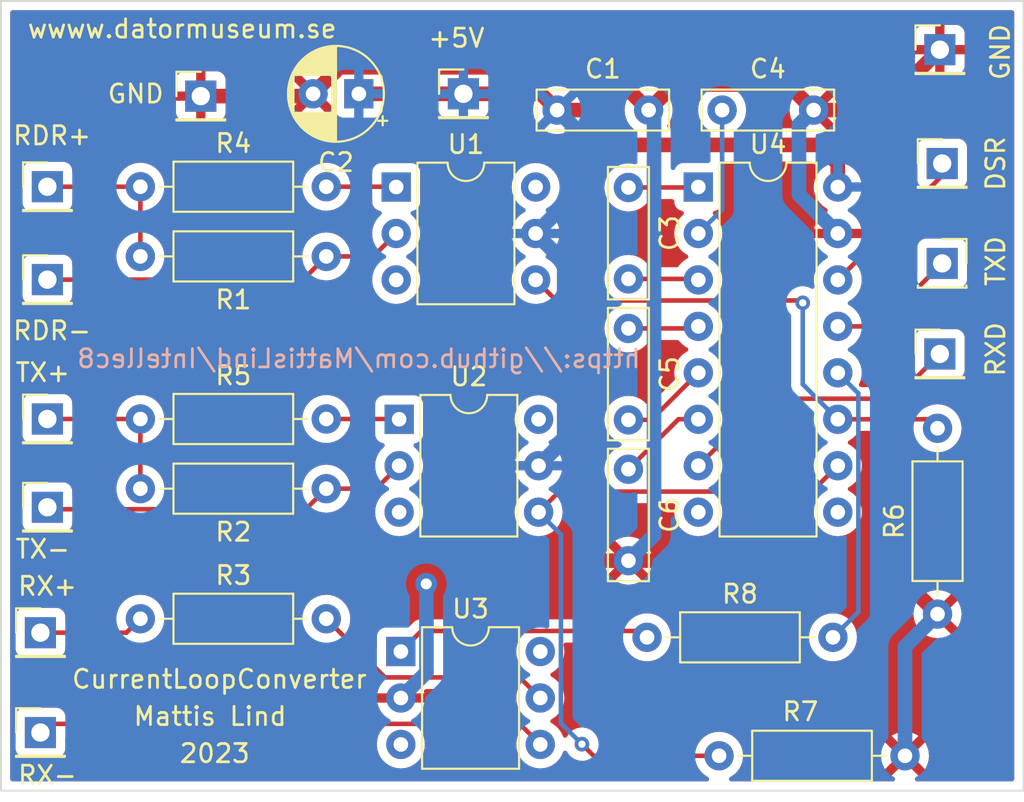
<source format=kicad_pcb>
(kicad_pcb (version 20211014) (generator pcbnew)
  (layers (0 "F.Cu" signal) (31 "B.Cu" signal) (34 "B.Paste" user) (35 "F.Paste" user) (36 "B.SilkS" user "B.Silkscreen") (37 "F.SilkS" user "F.Silkscreen") (38 "B.Mask" user) (39 "F.Mask" user) (44 "Edge.Cuts" user))
  (net 0 "")
  (net 1 "+5V")
  (net 2 "GND")
  (net 3 "Net-(C3-Pad1)")
  (net 4 "Net-(C3-Pad2)")
  (net 5 "Net-(C4-Pad1)")
  (net 6 "Net-(C5-Pad1)")
  (net 7 "Net-(C5-Pad2)")
  (net 8 "Net-(C6-Pad1)")
  (net 9 "Net-(J1-Pad1)")
  (net 10 "Net-(J2-Pad1)")
  (net 11 "Net-(J3-Pad1)")
  (net 12 "Net-(J4-Pad1)")
  (net 13 "Net-(J5-Pad1)")
  (net 14 "Net-(J6-Pad1)")
  (net 15 "Net-(J8-Pad1)")
  (net 16 "Net-(J9-Pad1)")
  (net 17 "Net-(J10-Pad1)")
  (net 18 "Net-(R3-Pad2)")
  (net 19 "Net-(R4-Pad2)")
  (net 20 "Net-(R5-Pad2)")
  (net 21 "Net-(R6-Pad2)")
  (net 22 "Net-(R7-Pad2)")
  (net 23 "Net-(R8-Pad1)")
  (net 24 "Net-(R8-Pad2)")
  (footprint "Connector_PinHeader_2.54mm:PinHeader_1x01_P2.54mm_Vertical" (layer "F.Cu") (at 80.899 123.825)
    (fp_text reference "J6" hide)
    (fp_text value "RX-" (at 0.381 2.33) (layer "F.SilkS"))
    (fp_line (start -1.33 -1.33) (end 0 -1.33) (layer "F.SilkS") (width 0.12))
    (fp_line (start -1.33 0) (end -1.33 -1.33) (layer "F.SilkS") (width 0.12))
    (fp_line (start -1.33 1.33) (end 1.33 1.33) (layer "F.SilkS") (width 0.12))
    (fp_line (start 1.33 1.27) (end 1.33 1.33) (layer "F.SilkS") (width 0.12))
    (fp_line (start -1.33 1.27) (end -1.33 1.33) (layer "F.SilkS") (width 0.12))
    (fp_line (start -1.33 1.27) (end 1.33 1.27) (layer "F.SilkS") (width 0.12))
    (pad "1" thru_hole rect (at 0 0) (size 1.7 1.7) (drill 1) (layers *.Cu *.Mask) (net 14 "Net-(J6-Pad1)"))
  )
  (footprint "Package_DIP:DIP-6_W7.62mm" (layer "F.Cu") (at 100.594 119.395)
    (fp_text reference "U3" (at 3.81 -2.33) (layer "F.SilkS"))
    (fp_text value "4N26")
    (fp_line (start 6.46 -1.33) (end 4.81 -1.33) (layer "F.SilkS") (width 0.12))
    (fp_line (start 6.46 6.41) (end 6.46 -1.33) (layer "F.SilkS") (width 0.12))
    (fp_line (start 1.16 -1.33) (end 1.16 6.41) (layer "F.SilkS") (width 0.12))
    (fp_line (start 1.16 6.41) (end 6.46 6.41) (layer "F.SilkS") (width 0.12))
    (fp_line (start 2.81 -1.33) (end 1.16 -1.33) (layer "F.SilkS") (width 0.12))
    (fp_arc (start 4.81 -1.33) (mid 3.81 -0.33) (end 2.81 -1.33) (layer "F.SilkS") (width 0.12))
    (pad "1" thru_hole rect (at 0 0) (size 1.6 1.6) (drill 0.8) (layers *.Cu *.Mask) (net 23 "Net-(R8-Pad1)"))
    (pad "2" thru_hole oval (at 0 2.54) (size 1.6 1.6) (drill 0.8) (layers *.Cu *.Mask) (net 2 "GND"))
    (pad "3" thru_hole oval (at 0 5.08) (size 1.6 1.6) (drill 0.8) (layers *.Cu *.Mask))
    (pad "4" thru_hole oval (at 7.62 5.08) (size 1.6 1.6) (drill 0.8) (layers *.Cu *.Mask) (net 14 "Net-(J6-Pad1)"))
    (pad "5" thru_hole oval (at 7.62 2.54) (size 1.6 1.6) (drill 0.8) (layers *.Cu *.Mask) (net 18 "Net-(R3-Pad2)"))
    (pad "6" thru_hole oval (at 7.62 0) (size 1.6 1.6) (drill 0.8) (layers *.Cu *.Mask))
  )
  (footprint "Resistor_THT:R_Axial_DIN0207_L6.3mm_D2.5mm_P10.16mm_Horizontal" (layer "F.Cu") (at 86.36 106.68)
    (fp_text reference "R5" (at 5.08 -2.37) (layer "F.SilkS"))
    (fp_text value "1k")
    (fp_line (start 9.12 0) (end 8.35 0) (layer "F.SilkS") (width 0.12))
    (fp_line (start 1.04 0) (end 1.81 0) (layer "F.SilkS") (width 0.12))
    (fp_line (start 8.35 1.37) (end 8.35 -1.37) (layer "F.SilkS") (width 0.12))
    (fp_line (start 1.81 -1.37) (end 1.81 1.37) (layer "F.SilkS") (width 0.12))
    (fp_line (start 1.81 1.37) (end 8.35 1.37) (layer "F.SilkS") (width 0.12))
    (fp_line (start 8.35 -1.37) (end 1.81 -1.37) (layer "F.SilkS") (width 0.12))
    (pad "1" thru_hole circle (at 0 0) (size 1.6 1.6) (drill 0.8) (layers *.Cu *.Mask) (net 11 "Net-(J3-Pad1)"))
    (pad "2" thru_hole oval (at 10.16 0) (size 1.6 1.6) (drill 0.8) (layers *.Cu *.Mask) (net 20 "Net-(R5-Pad2)"))
  )
  (footprint "Package_DIP:DIP-6_W7.62mm" (layer "F.Cu") (at 100.34 93.995)
    (fp_text reference "U1" (at 3.81 -2.33) (layer "F.SilkS"))
    (fp_text value "4N26")
    (fp_line (start 2.81 -1.33) (end 1.16 -1.33) (layer "F.SilkS") (width 0.12))
    (fp_line (start 6.46 6.41) (end 6.46 -1.33) (layer "F.SilkS") (width 0.12))
    (fp_line (start 1.16 6.41) (end 6.46 6.41) (layer "F.SilkS") (width 0.12))
    (fp_line (start 6.46 -1.33) (end 4.81 -1.33) (layer "F.SilkS") (width 0.12))
    (fp_line (start 1.16 -1.33) (end 1.16 6.41) (layer "F.SilkS") (width 0.12))
    (fp_arc (start 4.81 -1.33) (mid 3.81 -0.33) (end 2.81 -1.33) (layer "F.SilkS") (width 0.12))
    (pad "1" thru_hole rect (at 0 0) (size 1.6 1.6) (drill 0.8) (layers *.Cu *.Mask) (net 19 "Net-(R4-Pad2)"))
    (pad "2" thru_hole oval (at 0 2.54) (size 1.6 1.6) (drill 0.8) (layers *.Cu *.Mask) (net 10 "Net-(J2-Pad1)"))
    (pad "3" thru_hole oval (at 0 5.08) (size 1.6 1.6) (drill 0.8) (layers *.Cu *.Mask))
    (pad "4" thru_hole oval (at 7.62 5.08) (size 1.6 1.6) (drill 0.8) (layers *.Cu *.Mask) (net 21 "Net-(R6-Pad2)"))
    (pad "5" thru_hole oval (at 7.62 2.54) (size 1.6 1.6) (drill 0.8) (layers *.Cu *.Mask) (net 1 "+5V"))
    (pad "6" thru_hole oval (at 7.62 0) (size 1.6 1.6) (drill 0.8) (layers *.Cu *.Mask))
  )
  (footprint "Resistor_THT:R_Axial_DIN0207_L6.3mm_D2.5mm_P10.16mm_Horizontal" (layer "F.Cu") (at 128.143 125.095 180)
    (fp_text reference "R7" (at 5.715 2.413) (layer "F.SilkS"))
    (fp_text value "240")
    (fp_line (start 9.12 0) (end 8.35 0) (layer "F.SilkS") (width 0.12))
    (fp_line (start 1.04 0) (end 1.81 0) (layer "F.SilkS") (width 0.12))
    (fp_line (start 1.81 -1.37) (end 1.81 1.37) (layer "F.SilkS") (width 0.12))
    (fp_line (start 1.81 1.37) (end 8.35 1.37) (layer "F.SilkS") (width 0.12))
    (fp_line (start 8.35 1.37) (end 8.35 -1.37) (layer "F.SilkS") (width 0.12))
    (fp_line (start 8.35 -1.37) (end 1.81 -1.37) (layer "F.SilkS") (width 0.12))
    (pad "1" thru_hole circle (at 0 0 180) (size 1.6 1.6) (drill 0.8) (layers *.Cu *.Mask) (net 2 "GND"))
    (pad "2" thru_hole oval (at 10.16 0 180) (size 1.6 1.6) (drill 0.8) (layers *.Cu *.Mask) (net 22 "Net-(R7-Pad2)"))
  )
  (footprint "Capacitor_THT:C_Rect_L7.0mm_W2.0mm_P5.00mm" (layer "F.Cu") (at 118.15 89.789)
    (fp_text reference "C4" (at 2.5 -2.25) (layer "F.SilkS"))
    (fp_text value "0.1")
    (fp_line (start -1.12 -1.12) (end 6.12 -1.12) (layer "F.SilkS") (width 0.12))
    (fp_line (start -1.12 1.12) (end 6.12 1.12) (layer "F.SilkS") (width 0.12))
    (fp_line (start 6.12 -1.12) (end 6.12 1.12) (layer "F.SilkS") (width 0.12))
    (fp_line (start -1.12 -1.12) (end -1.12 1.12) (layer "F.SilkS") (width 0.12))
    (pad "1" thru_hole circle (at 0 0) (size 1.6 1.6) (drill 0.8) (layers *.Cu *.Mask) (net 5 "Net-(C4-Pad1)"))
    (pad "2" thru_hole circle (at 5 0) (size 1.6 1.6) (drill 0.8) (layers *.Cu *.Mask) (net 2 "GND"))
  )
  (footprint "Connector_PinHeader_2.54mm:PinHeader_1x01_P2.54mm_Vertical" (layer "F.Cu") (at 81.28 93.98)
    (fp_text reference "J1" hide)
    (fp_text value "RDR+" (at 0.254 -2.794) (layer "F.SilkS"))
    (fp_line (start -1.33 1.27) (end 1.33 1.27) (layer "F.SilkS") (width 0.12))
    (fp_line (start 1.33 1.27) (end 1.33 1.33) (layer "F.SilkS") (width 0.12))
    (fp_line (start -1.33 1.33) (end 1.33 1.33) (layer "F.SilkS") (width 0.12))
    (fp_line (start -1.33 0) (end -1.33 -1.33) (layer "F.SilkS") (width 0.12))
    (fp_line (start -1.33 1.27) (end -1.33 1.33) (layer "F.SilkS") (width 0.12))
    (fp_line (start -1.33 -1.33) (end 0 -1.33) (layer "F.SilkS") (width 0.12))
    (pad "1" thru_hole rect (at 0 0) (size 1.7 1.7) (drill 1) (layers *.Cu *.Mask) (net 9 "Net-(J1-Pad1)"))
  )
  (footprint "Resistor_THT:R_Axial_DIN0207_L6.3mm_D2.5mm_P10.16mm_Horizontal" (layer "F.Cu") (at 86.36 93.98)
    (fp_text reference "R4" (at 5.08 -2.37) (layer "F.SilkS"))
    (fp_text value "1k")
    (fp_line (start 1.04 0) (end 1.81 0) (layer "F.SilkS") (width 0.12))
    (fp_line (start 8.35 1.37) (end 8.35 -1.37) (layer "F.SilkS") (width 0.12))
    (fp_line (start 8.35 -1.37) (end 1.81 -1.37) (layer "F.SilkS") (width 0.12))
    (fp_line (start 9.12 0) (end 8.35 0) (layer "F.SilkS") (width 0.12))
    (fp_line (start 1.81 -1.37) (end 1.81 1.37) (layer "F.SilkS") (width 0.12))
    (fp_line (start 1.81 1.37) (end 8.35 1.37) (layer "F.SilkS") (width 0.12))
    (pad "1" thru_hole circle (at 0 0) (size 1.6 1.6) (drill 0.8) (layers *.Cu *.Mask) (net 9 "Net-(J1-Pad1)"))
    (pad "2" thru_hole oval (at 10.16 0) (size 1.6 1.6) (drill 0.8) (layers *.Cu *.Mask) (net 19 "Net-(R4-Pad2)"))
  )
  (footprint "Connector_PinHeader_2.54mm:PinHeader_1x01_P2.54mm_Vertical" (layer "F.Cu") (at 81.28 106.68)
    (fp_text reference "J3" hide)
    (fp_text value "TX+" (at -0.254 -2.54) (layer "F.SilkS"))
    (fp_line (start -1.33 1.27) (end -1.33 1.33) (layer "F.SilkS") (width 0.12))
    (fp_line (start -1.33 1.27) (end 1.33 1.27) (layer "F.SilkS") (width 0.12))
    (fp_line (start -1.33 -1.33) (end 0 -1.33) (layer "F.SilkS") (width 0.12))
    (fp_line (start -1.33 0) (end -1.33 -1.33) (layer "F.SilkS") (width 0.12))
    (fp_line (start 1.33 1.27) (end 1.33 1.33) (layer "F.SilkS") (width 0.12))
    (fp_line (start -1.33 1.33) (end 1.33 1.33) (layer "F.SilkS") (width 0.12))
    (pad "1" thru_hole rect (at 0 0) (size 1.7 1.7) (drill 1) (layers *.Cu *.Mask) (net 11 "Net-(J3-Pad1)"))
  )
  (footprint "Connector_PinSocket_2.54mm:PinSocket_1x01_P2.54mm_Vertical" (layer "F.Cu") (at 130.175 98.171)
    (fp_text reference "J10" hide)
    (fp_text value "TXD" (at 2.921 -0.127 90) (layer "F.SilkS"))
    (fp_line (start 1.33 -1.33) (end 1.33 0) (layer "F.SilkS") (width 0.12))
    (fp_line (start -1.33 1.33) (end 1.33 1.33) (layer "F.SilkS") (width 0.12))
    (fp_line (start 0 -1.33) (end 1.33 -1.33) (layer "F.SilkS") (width 0.12))
    (fp_line (start 1.33 1.21) (end 1.33 1.33) (layer "F.SilkS") (width 0.12))
    (fp_line (start -1.33 1.21) (end -1.33 1.33) (layer "F.SilkS") (width 0.12))
    (pad "1" thru_hole rect (at 0 0) (size 1.7 1.7) (drill 1) (layers *.Cu *.Mask) (net 17 "Net-(J10-Pad1)"))
  )
  (footprint "Capacitor_THT:C_Rect_L7.0mm_W2.0mm_P5.00mm" (layer "F.Cu") (at 109.133 89.789)
    (fp_text reference "C1" (at 2.5 -2.25) (layer "F.SilkS"))
    (fp_text value "0.1")
    (fp_line (start -1.12 -1.12) (end 6.12 -1.12) (layer "F.SilkS") (width 0.12))
    (fp_line (start -1.12 1.12) (end 6.12 1.12) (layer "F.SilkS") (width 0.12))
    (fp_line (start -1.12 -1.12) (end -1.12 1.12) (layer "F.SilkS") (width 0.12))
    (fp_line (start 6.12 -1.12) (end 6.12 1.12) (layer "F.SilkS") (width 0.12))
    (pad "1" thru_hole circle (at 0 0) (size 1.6 1.6) (drill 0.8) (layers *.Cu *.Mask) (net 1 "+5V"))
    (pad "2" thru_hole circle (at 5 0) (size 1.6 1.6) (drill 0.8) (layers *.Cu *.Mask) (net 2 "GND"))
  )
  (footprint "Connector_PinHeader_2.54mm:PinHeader_1x01_P2.54mm_Vertical" (layer "F.Cu") (at 130.175 92.71)
    (fp_text reference "J8" hide)
    (fp_text value "DSR" (at 2.921 0 90) (layer "F.SilkS"))
    (fp_line (start -1.33 -1.33) (end 0 -1.33) (layer "F.SilkS") (width 0.12))
    (fp_line (start -1.33 1.27) (end 1.33 1.27) (layer "F.SilkS") (width 0.12))
    (fp_line (start 1.33 1.27) (end 1.33 1.33) (layer "F.SilkS") (width 0.12))
    (fp_line (start -1.33 1.33) (end 1.33 1.33) (layer "F.SilkS") (width 0.12))
    (fp_line (start -1.33 0) (end -1.33 -1.33) (layer "F.SilkS") (width 0.12))
    (fp_line (start -1.33 1.27) (end -1.33 1.33) (layer "F.SilkS") (width 0.12))
    (pad "1" thru_hole rect (at 0 0) (size 1.7 1.7) (drill 1) (layers *.Cu *.Mask) (net 15 "Net-(J8-Pad1)"))
  )
  (footprint "Capacitor_THT:C_Rect_L7.0mm_W2.0mm_P5.00mm" (layer "F.Cu") (at 113.03 94.02 -90)
    (fp_text reference "C3" (at 2.5 -2.25 90) (layer "F.SilkS"))
    (fp_text value "0.1")
    (fp_line (start -1.12 1.12) (end 6.12 1.12) (layer "F.SilkS") (width 0.12))
    (fp_line (start 6.12 -1.12) (end 6.12 1.12) (layer "F.SilkS") (width 0.12))
    (fp_line (start -1.12 -1.12) (end -1.12 1.12) (layer "F.SilkS") (width 0.12))
    (fp_line (start -1.12 -1.12) (end 6.12 -1.12) (layer "F.SilkS") (width 0.12))
    (pad "1" thru_hole circle (at 0 0 270) (size 1.6 1.6) (drill 0.8) (layers *.Cu *.Mask) (net 3 "Net-(C3-Pad1)"))
    (pad "2" thru_hole circle (at 5 0 270) (size 1.6 1.6) (drill 0.8) (layers *.Cu *.Mask) (net 4 "Net-(C3-Pad2)"))
  )
  (footprint "Resistor_THT:R_Axial_DIN0207_L6.3mm_D2.5mm_P10.16mm_Horizontal" (layer "F.Cu") (at 114.046 118.618)
    (fp_text reference "R8" (at 5.08 -2.37) (layer "F.SilkS"))
    (fp_text value "1k")
    (fp_line (start 8.35 -1.37) (end 1.81 -1.37) (layer "F.SilkS") (width 0.12))
    (fp_line (start 1.81 -1.37) (end 1.81 1.37) (layer "F.SilkS") (width 0.12))
    (fp_line (start 1.04 0) (end 1.81 0) (layer "F.SilkS") (width 0.12))
    (fp_line (start 8.35 1.37) (end 8.35 -1.37) (layer "F.SilkS") (width 0.12))
    (fp_line (start 9.12 0) (end 8.35 0) (layer "F.SilkS") (width 0.12))
    (fp_line (start 1.81 1.37) (end 8.35 1.37) (layer "F.SilkS") (width 0.12))
    (pad "1" thru_hole circle (at 0 0) (size 1.6 1.6) (drill 0.8) (layers *.Cu *.Mask) (net 23 "Net-(R8-Pad1)"))
    (pad "2" thru_hole oval (at 10.16 0) (size 1.6 1.6) (drill 0.8) (layers *.Cu *.Mask) (net 24 "Net-(R8-Pad2)"))
  )
  (footprint "Capacitor_THT:C_Rect_L7.0mm_W2.0mm_P5.00mm" (layer "F.Cu") (at 113.03 101.727 -90)
    (fp_text reference "C5" (at 2.5 -2.25 90) (layer "F.SilkS"))
    (fp_text value "0.1")
    (fp_line (start -1.12 -1.12) (end -1.12 1.12) (layer "F.SilkS") (width 0.12))
    (fp_line (start -1.12 -1.12) (end 6.12 -1.12) (layer "F.SilkS") (width 0.12))
    (fp_line (start -1.12 1.12) (end 6.12 1.12) (layer "F.SilkS") (width 0.12))
    (fp_line (start 6.12 -1.12) (end 6.12 1.12) (layer "F.SilkS") (width 0.12))
    (pad "1" thru_hole circle (at 0 0 270) (size 1.6 1.6) (drill 0.8) (layers *.Cu *.Mask) (net 6 "Net-(C5-Pad1)"))
    (pad "2" thru_hole circle (at 5 0 270) (size 1.6 1.6) (drill 0.8) (layers *.Cu *.Mask) (net 7 "Net-(C5-Pad2)"))
  )
  (footprint "Package_DIP:DIP-6_W7.62mm" (layer "F.Cu") (at 100.5 106.695)
    (fp_text reference "U2" (at 3.81 -2.33) (layer "F.SilkS"))
    (fp_text value "4N26")
    (fp_line (start 1.16 6.41) (end 6.46 6.41) (layer "F.SilkS") (width 0.12))
    (fp_line (start 1.16 -1.33) (end 1.16 6.41) (layer "F.SilkS") (width 0.12))
    (fp_line (start 2.81 -1.33) (end 1.16 -1.33) (layer "F.SilkS") (width 0.12))
    (fp_line (start 6.46 -1.33) (end 4.81 -1.33) (layer "F.SilkS") (width 0.12))
    (fp_line (start 6.46 6.41) (end 6.46 -1.33) (layer "F.SilkS") (width 0.12))
    (fp_arc (start 4.81 -1.33) (mid 3.81 -0.33) (end 2.81 -1.33) (layer "F.SilkS") (width 0.12))
    (pad "1" thru_hole rect (at 0 0) (size 1.6 1.6) (drill 0.8) (layers *.Cu *.Mask) (net 20 "Net-(R5-Pad2)"))
    (pad "2" thru_hole oval (at 0 2.54) (size 1.6 1.6) (drill 0.8) (layers *.Cu *.Mask) (net 12 "Net-(J4-Pad1)"))
    (pad "3" thru_hole oval (at 0 5.08) (size 1.6 1.6) (drill 0.8) (layers *.Cu *.Mask))
    (pad "4" thru_hole oval (at 7.62 5.08) (size 1.6 1.6) (drill 0.8) (layers *.Cu *.Mask) (net 22 "Net-(R7-Pad2)"))
    (pad "5" thru_hole oval (at 7.62 2.54) (size 1.6 1.6) (drill 0.8) (layers *.Cu *.Mask) (net 1 "+5V"))
    (pad "6" thru_hole oval (at 7.62 0) (size 1.6 1.6) (drill 0.8) (layers *.Cu *.Mask))
  )
  (footprint "Connector_PinHeader_2.54mm:PinHeader_1x01_P2.54mm_Vertical" (layer "F.Cu") (at 89.662 89.027)
    (fp_text reference "J11" hide)
    (fp_text value "GND" (at -3.556 -0.127) (layer "F.SilkS"))
    (fp_line (start -1.33 1.27) (end -1.33 1.33) (layer "F.SilkS") (width 0.12))
    (fp_line (start -1.33 -1.33) (end 0 -1.33) (layer "F.SilkS") (width 0.12))
    (fp_line (start -1.33 0) (end -1.33 -1.33) (layer "F.SilkS") (width 0.12))
    (fp_line (start -1.33 1.27) (end 1.33 1.27) (layer "F.SilkS") (width 0.12))
    (fp_line (start 1.33 1.27) (end 1.33 1.33) (layer "F.SilkS") (width 0.12))
    (fp_line (start -1.33 1.33) (end 1.33 1.33) (layer "F.SilkS") (width 0.12))
    (pad "1" thru_hole rect (at 0 0) (size 1.7 1.7) (drill 1) (layers *.Cu *.Mask) (net 2 "GND"))
  )
  (footprint "Resistor_THT:R_Axial_DIN0207_L6.3mm_D2.5mm_P10.16mm_Horizontal" (layer "F.Cu") (at 86.36 117.602)
    (fp_text reference "R3" (at 5.08 -2.37) (layer "F.SilkS"))
    (fp_text value "240")
    (fp_line (start 1.81 -1.37) (end 1.81 1.37) (layer "F.SilkS") (width 0.12))
    (fp_line (start 8.35 -1.37) (end 1.81 -1.37) (layer "F.SilkS") (width 0.12))
    (fp_line (start 9.12 0) (end 8.35 0) (layer "F.SilkS") (width 0.12))
    (fp_line (start 1.04 0) (end 1.81 0) (layer "F.SilkS") (width 0.12))
    (fp_line (start 8.35 1.37) (end 8.35 -1.37) (layer "F.SilkS") (width 0.12))
    (fp_line (start 1.81 1.37) (end 8.35 1.37) (layer "F.SilkS") (width 0.12))
    (pad "1" thru_hole circle (at 0 0) (size 1.6 1.6) (drill 0.8) (layers *.Cu *.Mask) (net 13 "Net-(J5-Pad1)"))
    (pad "2" thru_hole oval (at 10.16 0) (size 1.6 1.6) (drill 0.8) (layers *.Cu *.Mask) (net 18 "Net-(R3-Pad2)"))
  )
  (footprint "Capacitor_THT:CP_Radial_D5.0mm_P2.50mm" (layer "F.Cu") (at 98.298 88.9 180)
    (fp_text reference "C2" (at 1.25 -3.75) (layer "F.SilkS"))
    (fp_text value "C_Polarized_Small")
    (fp_line (start 3.211 -1.699) (end 3.211 -1.04) (layer "F.SilkS") (width 0.12))
    (fp_line (start 2.491 1.04) (end 2.491 2.268) (layer "F.SilkS") (width 0.12))
    (fp_line (start 3.491 1.04) (end 3.491 1.319) (layer "F.SilkS") (width 0.12))
    (fp_line (start 1.57 -2.561) (end 1.57 -1.04) (layer "F.SilkS") (width 0.12))
    (fp_line (start 3.531 -1.251) (end 3.531 -1.04) (layer "F.SilkS") (width 0.12))
    (fp_line (start 2.811 1.04) (end 2.811 2.065) (layer "F.SilkS") (width 0.12))
    (fp_line (start 1.53 -2.565) (end 1.53 -1.04) (layer "F.SilkS") (width 0.12))
    (fp_line (start 3.331 -1.554) (end 3.331 -1.04) (layer "F.SilkS") (width 0.12))
    (fp_line (start 3.091 1.04) (end 3.091 1.826) (layer "F.SilkS") (width 0.12))
    (fp_line (start 3.371 1.04) (end 3.371 1.5) (layer "F.SilkS") (width 0.12))
    (fp_line (start 3.051 1.04) (end 3.051 1.864) (layer "F.SilkS") (width 0.12))
    (fp_line (start 2.571 -2.224) (end 2.571 -1.04) (layer "F.SilkS") (width 0.12))
    (fp_line (start 1.93 1.04) (end 1.93 2.491) (layer "F.SilkS") (width 0.12))
    (fp_line (start 2.971 1.04) (end 2.971 1.937) (layer "F.SilkS") (width 0.12))
    (fp_line (start 2.771 1.04) (end 2.771 2.095) (layer "F.SilkS") (width 0.12))
    (fp_line (start 2.731 1.04) (end 2.731 2.122) (layer "F.SilkS") (width 0.12))
    (fp_line (start 2.091 1.04) (end 2.091 2.442) (layer "F.SilkS") (width 0.12))
    (fp_line (start 3.011 -1.901) (end 3.011 -1.04) (layer "F.SilkS") (width 0.12))
    (fp_line (start 2.451 1.04) (end 2.451 2.29) (layer "F.SilkS") (width 0.12))
    (fp_line (start 2.931 -1.971) (end 2.931 -1.04) (layer "F.SilkS") (width 0.12))
    (fp_line (start 1.49 1.04) (end 1.49 2.569) (layer "F.SilkS") (width 0.12))
    (fp_line (start 3.771 -0.677) (end 3.771 0.677) (layer "F.SilkS") (width 0.12))
    (fp_line (start 2.411 1.04) (end 2.411 2.31) (layer "F.SilkS") (width 0.12))
    (fp_line (start 1.41 -2.576) (end 1.41 2.576) (layer "F.SilkS") (width 0.12))
    (fp_line (start 2.851 -2.035) (end 2.851 -1.04) (layer "F.SilkS") (width 0.12))
    (fp_line (start 2.011 1.04) (end 2.011 2.468) (layer "F.SilkS") (width 0.12))
    (fp_line (start 1.971 1.04) (end 1.971 2.48) (layer "F.SilkS") (width 0.12))
    (fp_line (start 1.37 -2.578) (end 1.37 2.578) (layer "F.SilkS") (width 0.12))
    (fp_line (start 3.731 -0.805) (end 3.731 0.805) (layer "F.SilkS") (width 0.12))
    (fp_line (start 2.251 1.04) (end 2.251 2.382) (layer "F.SilkS") (width 0.12))
    (fp_line (start 3.451 1.04) (end 3.451 1.383) (layer "F.SilkS") (width 0.12))
    (fp_line (start 1.33 -2.579) (end 1.33 2.579) (layer "F.SilkS") (width 0.12))
    (fp_line (start 1.57 1.04) (end 1.57 2.561) (layer "F.SilkS") (width 0.12))
    (fp_line (start 2.811 -2.065) (end 2.811 -1.04) (layer "F.SilkS") (width 0.12))
    (fp_line (start 1.69 -2.543) (end 1.69 -1.04) (layer "F.SilkS") (width 0.12))
    (fp_line (start 1.49 -2.569) (end 1.49 -1.04) (layer "F.SilkS") (width 0.12))
    (fp_line (start 2.371 1.04) (end 2.371 2.329) (layer "F.SilkS") (width 0.12))
    (fp_line (start 2.531 -2.247) (end 2.531 -1.04) (layer "F.SilkS") (width 0.12))
    (fp_line (start 2.891 1.04) (end 2.891 2.004) (layer "F.SilkS") (width 0.12))
    (fp_line (start 2.211 1.04) (end 2.211 2.398) (layer "F.SilkS") (width 0.12))
    (fp_line (start 3.851 -0.284) (end 3.851 0.284) (layer "F.SilkS") (width 0.12))
    (fp_line (start 3.531 1.04) (end 3.531 1.251) (layer "F.SilkS") (width 0.12))
    (fp_line (start 2.171 -2.414) (end 2.171 -1.04) (layer "F.SilkS") (width 0.12))
    (fp_line (start 2.891 -2.004) (end 2.891 -1.04) (layer "F.SilkS") (width 0.12))
    (fp_line (start 2.051 1.04) (end 2.051 2.455) (layer "F.SilkS") (width 0.12))
    (fp_line (start 1.69 1.04) (end 1.69 2.543) (layer "F.SilkS") (width 0.12))
    (fp_line (start 3.131 1.04) (end 3.131 1.785) (layer "F.SilkS") (width 0.12))
    (fp_line (start 2.771 -2.095) (end 2.771 -1.04) (layer "F.SilkS") (width 0.12))
    (fp_line (start 3.371 -1.5) (end 3.371 -1.04) (layer "F.SilkS") (width 0.12))
    (fp_line (start 3.291 -1.605) (end 3.291 -1.04) (layer "F.SilkS") (width 0.12))
    (fp_line (start 1.29 -2.58) (end 1.29 2.58) (layer "F.SilkS") (width 0.12))
    (fp_line (start 2.451 -2.29) (end 2.451 -1.04) (layer "F.SilkS") (width 0.12))
    (fp_line (start -1.304775 -1.725) (end -1.304775 -1.225) (layer "F.SilkS") (width 0.12))
    (fp_line (start 1.25 -2.58) (end 1.25 2.58) (layer "F.SilkS") (width 0.12))
    (fp_line (start 2.931 1.04) (end 2.931 1.971) (layer "F.SilkS") (width 0.12))
    (fp_line (start 1.61 1.04) (end 1.61 2.556) (layer "F.SilkS") (width 0.12))
    (fp_line (start 3.811 -0.518) (end 3.811 0.518) (layer "F.SilkS") (width 0.12))
    (fp_line (start 3.011 1.04) (end 3.011 1.901) (layer "F.SilkS") (width 0.12))
    (fp_line (start 3.211 1.04) (end 3.211 1.699) (layer "F.SilkS") (width 0.12))
    (fp_line (start 2.131 1.04) (end 2.131 2.428) (layer "F.SilkS") (width 0.12))
    (fp_line (start 3.611 -1.098) (end 3.611 1.098) (layer "F.SilkS") (width 0.12))
    (fp_line (start 1.65 1.04) (end 1.65 2.55) (layer "F.SilkS") (width 0.12))
    (fp_line (start 3.411 1.04) (end 3.411 1.443) (layer "F.SilkS") (width 0.12))
    (fp_line (start 2.291 -2.365) (end 2.291 -1.04) (layer "F.SilkS") (width 0.12))
    (fp_line (start 1.81 1.04) (end 1.81 2.52) (layer "F.SilkS") (width 0.12))
    (fp_line (start 2.331 1.04) (end 2.331 2.348) (layer "F.SilkS") (width 0.12))
    (fp_line (start 2.851 1.04) (end 2.851 2.035) (layer "F.SilkS") (width 0.12))
    (fp_line (start 2.251 -2.382) (end 2.251 -1.04) (layer "F.SilkS") (width 0.12))
    (fp_line (start 3.491 -1.319) (end 3.491 -1.04) (layer "F.SilkS") (width 0.12))
    (fp_line (start 3.451 -1.383) (end 3.451 -1.04) (layer "F.SilkS") (width 0.12))
    (fp_line (start 1.89 1.04) (end 1.89 2.501) (layer "F.SilkS") (width 0.12))
    (fp_line (start 3.251 -1.653) (end 3.251 -1.04) (layer "F.SilkS") (width 0.12))
    (fp_line (start 3.571 -1.178) (end 3.571 1.178) (layer "F.SilkS") (width 0.12))
    (fp_line (start 3.691 -0.915) (end 3.691 0.915) (layer "F.SilkS") (width 0.12))
    (fp_line (start 1.61 -2.556) (end 1.61 -1.04) (layer "F.SilkS") (width 0.12))
    (fp_line (start 2.091 -2.442) (end 2.091 -1.04) (layer "F.SilkS") (width 0.12))
    (fp_line (start 1.73 1.04) (end 1.73 2.536) (layer "F.SilkS") (width 0.12))
    (fp_line (start 1.971 -2.48) (end 1.971 -1.04) (layer "F.SilkS") (width 0.12))
    (fp_line (start 1.45 -2.573) (end 1.45 2.573) (layer "F.SilkS") (width 0.12))
    (fp_line (start 2.571 1.04) (end 2.571 2.224) (layer "F.SilkS") (width 0.12))
    (fp_line (start 2.491 -2.268) (end 2.491 -1.04) (layer "F.SilkS") (width 0.12))
    (fp_line (start 1.89 -2.501) (end 1.89 -1.04) (layer "F.SilkS") (width 0.12))
    (fp_line (start 2.611 1.04) (end 2.611 2.2) (layer "F.SilkS") (width 0.12))
    (fp_line (start 3.131 -1.785) (end 3.131 -1.04) (layer "F.SilkS") (width 0.12))
    (fp_line (start 1.77 -2.528) (end 1.77 -1.04) (layer "F.SilkS") (width 0.12))
    (fp_line (start 2.651 -2.175) (end 2.651 -1.04) (layer "F.SilkS") (width 0.12))
    (fp_line (start 2.691 -2.149) (end 2.691 -1.04) (layer "F.SilkS") (width 0.12))
    (fp_line (start 1.93 -2.491) (end 1.93 -1.04) (layer "F.SilkS") (width 0.12))
    (fp_line (start 1.73 -2.536) (end 1.73 -1.04) (layer "F.SilkS") (width 0.12))
    (fp_line (start 3.411 -1.443) (end 3.411 -1.04) (layer "F.SilkS") (width 0.12))
    (fp_line (start 2.691 1.04) (end 2.691 2.149) (layer "F.SilkS") (width 0.12))
    (fp_line (start -1.554775 -1.475) (end -1.054775 -1.475) (layer "F.SilkS") (width 0.12))
    (fp_line (start 2.291 1.04) (end 2.291 2.365) (layer "F.SilkS") (width 0.12))
    (fp_line (start 2.371 -2.329) (end 2.371 -1.04) (layer "F.SilkS") (width 0.12))
    (fp_line (start 1.53 1.04) (end 1.53 2.565) (layer "F.SilkS") (width 0.12))
    (fp_line (start 1.85 1.04) (end 1.85 2.511) (layer "F.SilkS") (width 0.12))
    (fp_line (start 3.171 -1.743) (end 3.171 -1.04) (layer "F.SilkS") (width 0.12))
    (fp_line (start 2.971 -1.937) (end 2.971 -1.04) (layer "F.SilkS") (width 0.12))
    (fp_line (start 2.411 -2.31) (end 2.411 -1.04) (layer "F.SilkS") (width 0.12))
    (fp_line (start 2.611 -2.2) (end 2.611 -1.04) (layer "F.SilkS") (width 0.12))
    (fp_line (start 2.051 -2.455) (end 2.051 -1.04) (layer "F.SilkS") (width 0.12))
    (fp_line (start 2.651 1.04) (end 2.651 2.175) (layer "F.SilkS") (width 0.12))
    (fp_line (start 3.051 -1.864) (end 3.051 -1.04) (layer "F.SilkS") (width 0.12))
    (fp_line (start 1.77 1.04) (end 1.77 2.528) (layer "F.SilkS") (width 0.12))
    (fp_line (start 1.85 -2.511) (end 1.85 -1.04) (layer "F.SilkS") (width 0.12))
    (fp_line (start 2.171 1.04) (end 2.171 2.414) (layer "F.SilkS") (width 0.12))
    (fp_line (start 1.81 -2.52) (end 1.81 -1.04) (layer "F.SilkS") (width 0.12))
    (fp_line (start 2.731 -2.122) (end 2.731 -1.04) (layer "F.SilkS") (width 0.12))
    (fp_line (start 3.091 -1.826) (end 3.091 -1.04) (layer "F.SilkS") (width 0.12))
    (fp_line (start 3.251 1.04) (end 3.251 1.653) (layer "F.SilkS") (width 0.12))
    (fp_line (start 2.531 1.04) (end 2.531 2.247) (layer "F.SilkS") (width 0.12))
    (fp_line (start 2.331 -2.348) (end 2.331 -1.04) (layer "F.SilkS") (width 0.12))
    (fp_line (start 1.65 -2.55) (end 1.65 -1.04) (layer "F.SilkS") (width 0.12))
    (fp_line (start 3.171 1.04) (end 3.171 1.743) (layer "F.SilkS") (width 0.12))
    (fp_line (start 2.131 -2.428) (end 2.131 -1.04) (layer "F.SilkS") (width 0.12))
    (fp_line (start 3.291 1.04) (end 3.291 1.605) (layer "F.SilkS") (width 0.12))
    (fp_line (start 3.331 1.04) (end 3.331 1.554) (layer "F.SilkS") (width 0.12))
    (fp_line (start 2.011 -2.468) (end 2.011 -1.04) (layer "F.SilkS") (width 0.12))
    (fp_line (start 2.211 -2.398) (end 2.211 -1.04) (layer "F.SilkS") (width 0.12))
    (fp_line (start 3.651 -1.011) (end 3.651 1.011) (layer "F.SilkS") (width 0.12))
    (fp_circle (center 1.25 0) (end 3.87 0) (layer "F.SilkS") (width 0.12) (fill none))
    (pad "1" thru_hole rect (at 0 0 180) (size 1.6 1.6) (drill 0.8) (layers *.Cu *.Mask) (net 1 "+5V"))
    (pad "2" thru_hole circle (at 2.5 0 180) (size 1.6 1.6) (drill 0.8) (layers *.Cu *.Mask) (net 2 "GND"))
  )
  (footprint "Resistor_THT:R_Axial_DIN0207_L6.3mm_D2.5mm_P10.16mm_Horizontal" (layer "F.Cu") (at 96.52 97.79 180)
    (fp_text reference "R1" (at 5.08 -2.37) (layer "F.SilkS"))
    (fp_text value "240")
    (fp_line (start 1.04 0) (end 1.81 0) (layer "F.SilkS") (width 0.12))
    (fp_line (start 1.81 1.37) (end 8.35 1.37) (layer "F.SilkS") (width 0.12))
    (fp_line (start 8.35 -1.37) (end 1.81 -1.37) (layer "F.SilkS") (width 0.12))
    (fp_line (start 1.81 -1.37) (end 1.81 1.37) (layer "F.SilkS") (width 0.12))
    (fp_line (start 8.35 1.37) (end 8.35 -1.37) (layer "F.SilkS") (width 0.12))
    (fp_line (start 9.12 0) (end 8.35 0) (layer "F.SilkS") (width 0.12))
    (pad "1" thru_hole circle (at 0 0 180) (size 1.6 1.6) (drill 0.8) (layers *.Cu *.Mask) (net 10 "Net-(J2-Pad1)"))
    (pad "2" thru_hole oval (at 10.16 0 180) (size 1.6 1.6) (drill 0.8) (layers *.Cu *.Mask) (net 9 "Net-(J1-Pad1)"))
  )
  (footprint "Connector_PinHeader_2.54mm:PinHeader_1x01_P2.54mm_Vertical" (layer "F.Cu") (at 80.899 118.364)
    (fp_text reference "J5" hide)
    (fp_text value "RX+" (at 0.381 -2.54) (layer "F.SilkS"))
    (fp_line (start -1.33 0) (end -1.33 -1.33) (layer "F.SilkS") (width 0.12))
    (fp_line (start -1.33 1.33) (end 1.33 1.33) (layer "F.SilkS") (width 0.12))
    (fp_line (start 1.33 1.27) (end 1.33 1.33) (layer "F.SilkS") (width 0.12))
    (fp_line (start -1.33 1.27) (end -1.33 1.33) (layer "F.SilkS") (width 0.12))
    (fp_line (start -1.33 -1.33) (end 0 -1.33) (layer "F.SilkS") (width 0.12))
    (fp_line (start -1.33 1.27) (end 1.33 1.27) (layer "F.SilkS") (width 0.12))
    (pad "1" thru_hole rect (at 0 0) (size 1.7 1.7) (drill 1) (layers *.Cu *.Mask) (net 13 "Net-(J5-Pad1)"))
  )
  (footprint "Connector_PinHeader_2.54mm:PinHeader_1x01_P2.54mm_Vertical" (layer "F.Cu") (at 104.013 88.9)
    (fp_text reference "J7" hide)
    (fp_text value "+5V" (at -0.381 -3.048) (layer "F.SilkS"))
    (fp_line (start -1.33 1.27) (end -1.33 1.33) (layer "F.SilkS") (width 0.12))
    (fp_line (start -1.33 1.33) (end 1.33 1.33) (layer "F.SilkS") (width 0.12))
    (fp_line (start -1.33 1.27) (end 1.33 1.27) (layer "F.SilkS") (width 0.12))
    (fp_line (start -1.33 -1.33) (end 0 -1.33) (layer "F.SilkS") (width 0.12))
    (fp_line (start 1.33 1.27) (end 1.33 1.33) (layer "F.SilkS") (width 0.12))
    (fp_line (start -1.33 0) (end -1.33 -1.33) (layer "F.SilkS") (width 0.12))
    (pad "1" thru_hole rect (at 0 0) (size 1.7 1.7) (drill 1) (layers *.Cu *.Mask) (net 1 "+5V"))
  )
  (footprint "Package_DIP:DIP-16_W7.62mm" (layer "F.Cu") (at 116.85 93.995)
    (fp_text reference "U4" (at 3.81 -2.33) (layer "F.SilkS"))
    (fp_text value "MAX202")
    (fp_line (start 1.16 19.11) (end 6.46 19.11) (layer "F.SilkS") (width 0.12))
    (fp_line (start 1.16 -1.33) (end 1.16 19.11) (layer "F.SilkS") (width 0.12))
    (fp_line (start 6.46 -1.33) (end 4.81 -1.33) (layer "F.SilkS") (width 0.12))
    (fp_line (start 6.46 19.11) (end 6.46 -1.33) (layer "F.SilkS") (width 0.12))
    (fp_line (start 2.81 -1.33) (end 1.16 -1.33) (layer "F.SilkS") (width 0.12))
    (fp_arc (start 4.81 -1.33) (mid 3.81 -0.33) (end 2.81 -1.33) (layer "F.SilkS") (width 0.12))
    (pad "1" thru_hole rect (at 0 0) (size 1.6 1.6) (drill 0.8) (layers *.Cu *.Mask) (net 3 "Net-(C3-Pad1)"))
    (pad "2" thru_hole oval (at 0 2.54) (size 1.6 1.6) (drill 0.8) (layers *.Cu *.Mask) (net 5 "Net-(C4-Pad1)"))
    (pad "3" thru_hole oval (at 0 5.08) (size 1.6 1.6) (drill 0.8) (layers *.Cu *.Mask) (net 4 "Net-(C3-Pad2)"))
    (pad "4" thru_hole oval (at 0 7.62) (size 1.6 1.6) (drill 0.8) (layers *.Cu *.Mask) (net 6 "Net-(C5-Pad1)"))
    (pad "5" thru_hole oval (at 0 10.16) (size 1.6 1.6) (drill 0.8) (layers *.Cu *.Mask) (net 7 "Net-(C5-Pad2)"))
    (pad "6" thru_hole oval (at 0 12.7) (size 1.6 1.6) (drill 0.8) (layers *.Cu *.Mask) (net 8 "Net-(C6-Pad1)"))
    (pad "7" thru_hole oval (at 0 15.24) (size 1.6 1.6) (drill 0.8) (layers *.Cu *.Mask) (net 16 "Net-(J9-Pad1)"))
    (pad "8" thru_hole oval (at 0 17.78) (size 1.6 1.6) (drill 0.8) (layers *.Cu *.Mask))
    (pad "9" thru_hole oval (at 7.62 17.78) (size 1.6 1.6) (drill 0.8) (layers *.Cu *.Mask))
    (pad "10" thru_hole oval (at 7.62 15.24) (size 1.6 1.6) (drill 0.8) (layers *.Cu *.Mask) (net 22 "Net-(R7-Pad2)"))
    (pad "11" thru_hole oval (at 7.62 12.7) (size 1.6 1.6) (drill 0.8) (layers *.Cu *.Mask) (net 21 "Net-(R6-Pad2)"))
    (pad "12" thru_hole oval (at 7.62 10.16) (size 1.6 1.6) (drill 0.8) (layers *.Cu *.Mask) (net 24 "Net-(R8-Pad2)"))
    (pad "13" thru_hole oval (at 7.62 7.62) (size 1.6 1.6) (drill 0.8) (layers *.Cu *.Mask) (net 17 "Net-(J10-Pad1)"))
    (pad "14" thru_hole oval (at 7.62 5.08) (size 1.6 1.6) (drill 0.8) (layers *.Cu *.Mask) (net 15 "Net-(J8-Pad1)"))
    (pad "15" thru_hole oval (at 7.62 2.54) (size 1.6 1.6) (drill 0.8) (layers *.Cu *.Mask) (net 2 "GND"))
    (pad "16" thru_hole oval (at 7.62 0) (size 1.6 1.6) (drill 0.8) (layers *.Cu *.Mask) (net 1 "+5V"))
  )
  (footprint "Capacitor_THT:C_Rect_L7.0mm_W2.0mm_P5.00mm" (layer "F.Cu") (at 113.03 109.427 -90)
    (fp_text reference "C6" (at 2.5 -2.25 90) (layer "F.SilkS"))
    (fp_text value "0.1")
    (fp_line (start 6.12 -1.12) (end 6.12 1.12) (layer "F.SilkS") (width 0.12))
    (fp_line (start -1.12 -1.12) (end 6.12 -1.12) (layer "F.SilkS") (width 0.12))
    (fp_line (start -1.12 -1.12) (end -1.12 1.12) (layer "F.SilkS") (width 0.12))
    (fp_line (start -1.12 1.12) (end 6.12 1.12) (layer "F.SilkS") (width 0.12))
    (pad "1" thru_hole circle (at 0 0 270) (size 1.6 1.6) (drill 0.8) (layers *.Cu *.Mask) (net 8 "Net-(C6-Pad1)"))
    (pad "2" thru_hole circle (at 5 0 270) (size 1.6 1.6) (drill 0.8) (layers *.Cu *.Mask) (net 2 "GND"))
  )
  (footprint "Resistor_THT:R_Axial_DIN0207_L6.3mm_D2.5mm_P10.16mm_Horizontal" (layer "F.Cu") (at 129.921 117.348 90)
    (fp_text reference "R6" (at 5.08 -2.37 90) (layer "F.SilkS"))
    (fp_text value "240")
    (fp_line (start 8.35 1.37) (end 8.35 -1.37) (layer "F.SilkS") (width 0.12))
    (fp_line (start 1.81 1.37) (end 8.35 1.37) (layer "F.SilkS") (width 0.12))
    (fp_line (start 1.81 -1.37) (end 1.81 1.37) (layer "F.SilkS") (width 0.12))
    (fp_line (start 9.12 0) (end 8.35 0) (layer "F.SilkS") (width 0.12))
    (fp_line (start 8.35 -1.37) (end 1.81 -1.37) (layer "F.SilkS") (width 0.12))
    (fp_line (start 1.04 0) (end 1.81 0) (layer "F.SilkS") (width 0.12))
    (pad "1" thru_hole circle (at 0 0 90) (size 1.6 1.6) (drill 0.8) (layers *.Cu *.Mask) (net 2 "GND"))
    (pad "2" thru_hole oval (at 10.16 0 90) (size 1.6 1.6) (drill 0.8) (layers *.Cu *.Mask) (net 21 "Net-(R6-Pad2)"))
  )
  (footprint "Connector_PinHeader_2.54mm:PinHeader_1x01_P2.54mm_Vertical" (layer "F.Cu") (at 130.048 103.124)
    (fp_text reference "J9" hide)
    (fp_text value "RXD" (at 3.048 -0.254 90) (layer "F.SilkS"))
    (fp_line (start -1.33 1.27) (end -1.33 1.33) (layer "F.SilkS") (width 0.12))
    (fp_line (start 1.33 1.27) (end 1.33 1.33) (layer "F.SilkS") (width 0.12))
    (fp_line (start -1.33 1.27) (end 1.33 1.27) (layer "F.SilkS") (width 0.12))
    (fp_line (start -1.33 1.33) (end 1.33 1.33) (layer "F.SilkS") (width 0.12))
    (fp_line (start -1.33 -1.33) (end 0 -1.33) (layer "F.SilkS") (width 0.12))
    (fp_line (start -1.33 0) (end -1.33 -1.33) (layer "F.SilkS") (width 0.12))
    (pad "1" thru_hole rect (at 0 0) (size 1.7 1.7) (drill 1) (layers *.Cu *.Mask) (net 16 "Net-(J9-Pad1)"))
  )
  (footprint "Connector_PinHeader_2.54mm:PinHeader_1x01_P2.54mm_Vertical" (layer "F.Cu") (at 130.048 86.487)
    (fp_text reference "J12" hide)
    (fp_text value "GND" (at 3.302 0.127 90) (layer "F.SilkS"))
    (fp_line (start 1.33 1.27) (end 1.33 1.33) (layer "F.SilkS") (width 0.12))
    (fp_line (start -1.33 0) (end -1.33 -1.33) (layer "F.SilkS") (width 0.12))
    (fp_line (start -1.33 -1.33) (end 0 -1.33) (layer "F.SilkS") (width 0.12))
    (fp_line (start -1.33 1.27) (end -1.33 1.33) (layer "F.SilkS") (width 0.12))
    (fp_line (start -1.33 1.33) (end 1.33 1.33) (layer "F.SilkS") (width 0.12))
    (fp_line (start -1.33 1.27) (end 1.33 1.27) (layer "F.SilkS") (width 0.12))
    (pad "1" thru_hole rect (at 0 0) (size 1.7 1.7) (drill 1) (layers *.Cu *.Mask) (net 2 "GND"))
  )
  (footprint "Connector_PinHeader_2.54mm:PinHeader_1x01_P2.54mm_Vertical" (layer "F.Cu") (at 81.28 111.506)
    (fp_text reference "J4" hide)
    (fp_text value "TX-" (at -0.254 2.286) (layer "F.SilkS"))
    (fp_line (start -1.33 -1.33) (end 0 -1.33) (layer "F.SilkS") (width 0.12))
    (fp_line (start -1.33 1.27) (end -1.33 1.33) (layer "F.SilkS") (width 0.12))
    (fp_line (start -1.33 0) (end -1.33 -1.33) (layer "F.SilkS") (width 0.12))
    (fp_line (start 1.33 1.27) (end 1.33 1.33) (layer "F.SilkS") (width 0.12))
    (fp_line (start -1.33 1.33) (end 1.33 1.33) (layer "F.SilkS") (width 0.12))
    (fp_line (start -1.33 1.27) (end 1.33 1.27) (layer "F.SilkS") (width 0.12))
    (pad "1" thru_hole rect (at 0 0) (size 1.7 1.7) (drill 1) (layers *.Cu *.Mask) (net 12 "Net-(J4-Pad1)"))
  )
  (footprint "Resistor_THT:R_Axial_DIN0207_L6.3mm_D2.5mm_P10.16mm_Horizontal" (layer "F.Cu") (at 96.52 110.49 180)
    (fp_text reference "R2" (at 5.08 -2.37) (layer "F.SilkS"))
    (fp_text value "240")
    (fp_line (start 8.35 -1.37) (end 1.81 -1.37) (layer "F.SilkS") (width 0.12))
    (fp_line (start 1.81 -1.37) (end 1.81 1.37) (layer "F.SilkS") (width 0.12))
    (fp_line (start 9.12 0) (end 8.35 0) (layer "F.SilkS") (width 0.12))
    (fp_line (start 1.81 1.37) (end 8.35 1.37) (layer "F.SilkS") (width 0.12))
    (fp_line (start 1.04 0) (end 1.81 0) (layer "F.SilkS") (width 0.12))
    (fp_line (start 8.35 1.37) (end 8.35 -1.37) (layer "F.SilkS") (width 0.12))
    (pad "1" thru_hole circle (at 0 0 180) (size 1.6 1.6) (drill 0.8) (layers *.Cu *.Mask) (net 12 "Net-(J4-Pad1)"))
    (pad "2" thru_hole oval (at 10.16 0 180) (size 1.6 1.6) (drill 0.8) (layers *.Cu *.Mask) (net 11 "Net-(J3-Pad1)"))
  )
  (footprint "Connector_PinHeader_2.54mm:PinHeader_1x01_P2.54mm_Vertical" (layer "F.Cu") (at 81.28 99.06)
    (fp_text reference "J2" hide)
    (fp_text value "RDR-" (at 0.254 2.794) (layer "F.SilkS"))
    (fp_line (start -1.33 1.27) (end 1.33 1.27) (layer "F.SilkS") (width 0.12))
    (fp_line (start 1.33 1.27) (end 1.33 1.33) (layer "F.SilkS") (width 0.12))
    (fp_line (start -1.33 -1.33) (end 0 -1.33) (layer "F.SilkS") (width 0.12))
    (fp_line (start -1.33 1.27) (end -1.33 1.33) (layer "F.SilkS") (width 0.12))
    (fp_line (start -1.33 0) (end -1.33 -1.33) (layer "F.SilkS") (width 0.12))
    (fp_line (start -1.33 1.33) (end 1.33 1.33) (layer "F.SilkS") (width 0.12))
    (pad "1" thru_hole rect (at 0 0) (size 1.7 1.7) (drill 1) (layers *.Cu *.Mask) (net 10 "Net-(J2-Pad1)"))
  )
  (gr_line (start 78.74 83.82) (end 78.74 127) (layer "Edge.Cuts") (width 0.1))
  (gr_line (start 134.62 83.82) (end 78.74 83.82) (layer "Edge.Cuts") (width 0.1))
  (gr_line (start 78.74 127) (end 134.62 127) (layer "Edge.Cuts") (width 0.1))
  (gr_line (start 134.62 127) (end 134.62 83.82) (layer "Edge.Cuts") (width 0.1))
  (gr_text "https://github.com/MattisLind/Intellec8" (at 98.298 103.378) (layer "B.SilkS") (effects (font (size 1 1)) (justify mirror)))
  (gr_text "Mattis Lind" (at 90.17 122.936) (layer "F.SilkS") (effects (font (size 1 1))))
  (gr_text "2023" (at 90.424 124.968) (layer "F.SilkS") (effects (font (size 1 1))))
  (gr_text "wwww.datormuseum.se" (at 88.646 85.344) (layer "F.SilkS") (effects (font (size 1 1))))
  (gr_text "CurrentLoopConverter" (at 90.678 120.904) (layer "F.SilkS") (effects (font (size 1 1))))
  (segment (start 123.444 91.694) (end 124.47 92.72) (width 0.8) (layer "F.Cu") (net 1))
  (segment (start 110.778899 89.789) (end 112.683899 91.694) (width 0.8) (layer "F.Cu") (net 1))
  (segment (start 108.244 88.9) (end 109.133 89.789) (width 0.8) (layer "F.Cu") (net 1))
  (segment (start 109.133 89.789) (end 110.778899 89.789) (width 0.8) (layer "F.Cu") (net 1))
  (segment (start 98.298 88.9) (end 108.244 88.9) (width 0.8) (layer "F.Cu") (net 1))
  (segment (start 112.683899 91.694) (end 123.444 91.694) (width 0.8) (layer "F.Cu") (net 1))
  (segment (start 124.47 92.72) (end 124.47 93.995) (width 0.8) (layer "F.Cu") (net 1))
  (segment (start 109.52 98.095) (end 109.52 107.835) (width 0.8) (layer "B.Cu") (net 1))
  (segment (start 109.133 89.789) (end 109.932999 90.588999) (width 0.8) (layer "B.Cu") (net 1))
  (segment (start 109.932999 94.562001) (end 107.96 96.535) (width 0.8) (layer "B.Cu") (net 1))
  (segment (start 107.96 96.535) (end 109.52 98.095) (width 0.8) (layer "B.Cu") (net 1))
  (segment (start 109.932999 90.588999) (end 109.932999 94.562001) (width 0.8) (layer "B.Cu") (net 1))
  (segment (start 109.52 107.835) (end 108.12 109.235) (width 0.8) (layer "B.Cu") (net 1))
  (segment (start 123.15 89.789) (end 126.746 89.789) (width 0.8) (layer "F.Cu") (net 2))
  (segment (start 111.794 87.45) (end 114.133 89.789) (width 0.8) (layer "F.Cu") (net 2))
  (segment (start 127 114.427) (end 129.921 117.348) (width 0.8) (layer "F.Cu") (net 2))
  (segment (start 101.981 115.697) (end 103.251 114.427) (width 0.8) (layer "F.Cu") (net 2))
  (segment (start 113.03 114.427) (end 127 114.427) (width 0.8) (layer "F.Cu") (net 2))
  (segment (start 115.533 88.389) (end 121.75 88.389) (width 0.8) (layer "F.Cu") (net 2))
  (segment (start 89.662 89.027) (end 95.671 89.027) (width 0.8) (layer "F.Cu") (net 2))
  (segment (start 103.251 114.427) (end 113.03 114.427) (width 0.8) (layer "F.Cu") (net 2))
  (segment (start 121.75 88.389) (end 123.15 89.789) (width 0.8) (layer "F.Cu") (net 2))
  (segment (start 95.798 88.9) (end 97.248 87.45) (width 0.8) (layer "F.Cu") (net 2))
  (segment (start 126.746 89.789) (end 130.048 86.487) (width 0.8) (layer "F.Cu") (net 2))
  (segment (start 97.248 87.45) (end 111.794 87.45) (width 0.8) (layer "F.Cu") (net 2))
  (segment (start 114.133 89.789) (end 115.533 88.389) (width 0.8) (layer "F.Cu") (net 2))
  (segment (start 95.671 89.027) (end 95.798 88.9) (width 0.8) (layer "F.Cu") (net 2))
  (via (at 101.981 115.697) (size 1.2) (drill 0.6) (layers "F.Cu" "B.Cu") (net 2))
  (segment (start 123.15 89.789) (end 122.350001 90.588999) (width 0.8) (layer "B.Cu") (net 2))
  (segment (start 100.594 121.935) (end 101.994 120.535) (width 0.8) (layer "B.Cu") (net 2))
  (segment (start 101.994 120.535) (end 101.994 115.71) (width 0.8) (layer "B.Cu") (net 2))
  (segment (start 128.143 125.095) (end 128.143 119.126) (width 0.8) (layer "B.Cu") (net 2))
  (segment (start 122.350001 90.588999) (end 122.350001 94.415001) (width 0.8) (layer "B.Cu") (net 2))
  (segment (start 122.350001 94.415001) (end 124.47 96.535) (width 0.8) (layer "B.Cu") (net 2))
  (segment (start 113.03 114.427) (end 114.43 113.027) (width 0.8) (layer "B.Cu") (net 2))
  (segment (start 128.143 119.126) (end 129.921 117.348) (width 0.8) (layer "B.Cu") (net 2))
  (segment (start 101.994 115.71) (end 101.981 115.697) (width 0.8) (layer "B.Cu") (net 2))
  (segment (start 114.43 113.027) (end 114.43 90.086) (width 0.8) (layer "B.Cu") (net 2))
  (segment (start 114.43 90.086) (end 114.133 89.789) (width 0.8) (layer "B.Cu") (net 2))
  (segment (start 116.825 94.02) (end 116.85 93.995) (width 0.25) (layer "F.Cu") (net 3))
  (segment (start 113.03 94.02) (end 116.825 94.02) (width 0.25) (layer "F.Cu") (net 3))
  (segment (start 113.03 99.02) (end 116.795 99.02) (width 0.25) (layer "F.Cu") (net 4))
  (segment (start 116.795 99.02) (end 116.85 99.075) (width 0.25) (layer "F.Cu") (net 4))
  (segment (start 116.85 96.535) (end 118.15 95.235) (width 0.25) (layer "B.Cu") (net 5))
  (segment (start 118.15 95.235) (end 118.15 89.789) (width 0.25) (layer "B.Cu") (net 5))
  (segment (start 113.03 101.727) (end 116.738 101.727) (width 0.25) (layer "F.Cu") (net 6))
  (segment (start 116.738 101.727) (end 116.85 101.615) (width 0.25) (layer "F.Cu") (net 6))
  (segment (start 113.03 106.727) (end 114.278 106.727) (width 0.25) (layer "F.Cu") (net 7))
  (segment (start 114.278 106.727) (end 116.85 104.155) (width 0.25) (layer "F.Cu") (net 7))
  (segment (start 115.762 106.695) (end 116.85 106.695) (width 0.25) (layer "F.Cu") (net 8))
  (segment (start 113.03 109.427) (end 115.762 106.695) (width 0.25) (layer "F.Cu") (net 8))
  (segment (start 81.28 93.98) (end 86.36 93.98) (width 0.25) (layer "F.Cu") (net 9))
  (segment (start 86.36 93.98) (end 86.36 97.79) (width 0.25) (layer "F.Cu") (net 9))
  (segment (start 96.52 97.79) (end 95.25 99.06) (width 0.25) (layer "F.Cu") (net 10))
  (segment (start 96.52 97.79) (end 99.085 97.79) (width 0.25) (layer "F.Cu") (net 10))
  (segment (start 99.085 97.79) (end 100.34 96.535) (width 0.25) (layer "F.Cu") (net 10))
  (segment (start 95.25 99.06) (end 81.28 99.06) (width 0.25) (layer "F.Cu") (net 10))
  (segment (start 81.28 106.68) (end 86.36 106.68) (width 0.25) (layer "F.Cu") (net 11))
  (segment (start 86.36 106.68) (end 86.36 110.49) (width 0.25) (layer "F.Cu") (net 11))
  (segment (start 81.28 111.506) (end 81.389 111.615) (width 0.25) (layer "F.Cu") (net 12))
  (segment (start 96.52 110.49) (end 99.245 110.49) (width 0.25) (layer "F.Cu") (net 12))
  (segment (start 95.395 111.615) (end 96.52 110.49) (width 0.25) (layer "F.Cu") (net 12))
  (segment (start 81.389 111.615) (end 95.395 111.615) (width 0.25) (layer "F.Cu") (net 12))
  (segment (start 99.245 110.49) (end 100.5 109.235) (width 0.25) (layer "F.Cu") (net 12))
  (segment (start 80.899 118.364) (end 85.598 118.364) (width 0.25) (layer "F.Cu") (net 13))
  (segment (start 85.598 118.364) (end 86.36 117.602) (width 0.25) (layer "F.Cu") (net 13))
  (segment (start 107.089 123.35) (end 108.214 124.475) (width 0.25) (layer "F.Cu") (net 14))
  (segment (start 80.899 123.825) (end 81.374 123.35) (width 0.25) (layer "F.Cu") (net 14))
  (segment (start 81.374 123.35) (end 107.089 123.35) (width 0.25) (layer "F.Cu") (net 14))
  (segment (start 124.47 99.075) (end 130.175 93.37) (width 0.25) (layer "F.Cu") (net 15))
  (segment (start 130.175 93.37) (end 130.175 92.71) (width 0.25) (layer "F.Cu") (net 15))
  (segment (start 120.515 105.57) (end 127.602 105.57) (width 0.25) (layer "F.Cu") (net 16))
  (segment (start 127.602 105.57) (end 130.048 103.124) (width 0.25) (layer "F.Cu") (net 16))
  (segment (start 116.85 109.235) (end 120.515 105.57) (width 0.25) (layer "F.Cu") (net 16))
  (segment (start 126.731 101.615) (end 130.175 98.171) (width 0.25) (layer "F.Cu") (net 17))
  (segment (start 124.47 101.615) (end 126.731 101.615) (width 0.25) (layer "F.Cu") (net 17))
  (segment (start 99.728 120.81) (end 107.089 120.81) (width 0.25) (layer "F.Cu") (net 18))
  (segment (start 96.52 117.602) (end 99.728 120.81) (width 0.25) (layer "F.Cu") (net 18))
  (segment (start 107.089 120.81) (end 108.214 121.935) (width 0.25) (layer "F.Cu") (net 18))
  (segment (start 100.325 93.98) (end 100.34 93.995) (width 0.25) (layer "F.Cu") (net 19))
  (segment (start 96.52 93.98) (end 100.325 93.98) (width 0.25) (layer "F.Cu") (net 19))
  (segment (start 96.52 106.68) (end 100.485 106.68) (width 0.25) (layer "F.Cu") (net 20))
  (segment (start 100.485 106.68) (end 100.5 106.695) (width 0.25) (layer "F.Cu") (net 20))
  (segment (start 122.425 100.2) (end 122.555 100.33) (width 0.25) (layer "F.Cu") (net 21))
  (segment (start 129.428 106.695) (end 129.921 107.188) (width 0.25) (layer "F.Cu") (net 21))
  (segment (start 107.96 99.075) (end 109.085 100.2) (width 0.25) (layer "F.Cu") (net 21))
  (segment (start 109.085 100.2) (end 122.425 100.2) (width 0.25) (layer "F.Cu") (net 21))
  (segment (start 124.47 106.695) (end 129.428 106.695) (width 0.25) (layer "F.Cu") (net 21))
  (via (at 122.555 100.33) (size 0.8) (drill 0.4) (layers "F.Cu" "B.Cu") (net 21))
  (segment (start 122.555 100.33) (end 122.555 104.78) (width 0.25) (layer "B.Cu") (net 21))
  (segment (start 122.555 104.78) (end 124.47 106.695) (width 0.25) (layer "B.Cu") (net 21))
  (segment (start 109.245 110.65) (end 123.055 110.65) (width 0.25) (layer "F.Cu") (net 22))
  (segment (start 123.055 110.65) (end 124.47 109.235) (width 0.25) (layer "F.Cu") (net 22))
  (segment (start 108.12 111.775) (end 109.245 110.65) (width 0.25) (layer "F.Cu") (net 22))
  (segment (start 110.49 124.46) (end 111.125 125.095) (width 0.25) (layer "F.Cu") (net 22))
  (segment (start 111.125 125.095) (end 117.983 125.095) (width 0.25) (layer "F.Cu") (net 22))
  (via (at 110.49 124.46) (size 0.8) (drill 0.4) (layers "F.Cu" "B.Cu") (net 22))
  (segment (start 109.339 123.309) (end 110.49 124.46) (width 0.25) (layer "B.Cu") (net 22))
  (segment (start 109.339 112.994) (end 109.339 123.309) (width 0.25) (layer "B.Cu") (net 22))
  (segment (start 108.12 111.775) (end 109.339 112.994) (width 0.25) (layer "B.Cu") (net 22))
  (segment (start 113.698 118.27) (end 114.046 118.618) (width 0.25) (layer "F.Cu") (net 23))
  (segment (start 100.594 119.395) (end 101.719 118.27) (width 0.25) (layer "F.Cu") (net 23))
  (segment (start 101.719 118.27) (end 113.698 118.27) (width 0.25) (layer "F.Cu") (net 23))
  (segment (start 125.595 105.28) (end 124.47 104.155) (width 0.25) (layer "B.Cu") (net 24))
  (segment (start 125.595 117.229) (end 125.595 105.28) (width 0.25) (layer "B.Cu") (net 24))
  (segment (start 124.206 118.618) (end 125.595 117.229) (width 0.25) (layer "B.Cu") (net 24))
  (zone (net 2) (net_name "GND") (layer "F.Cu") (connect_pads (clearance 0.508)) (min_thickness 0.254) (fill yes (thermal_gap 0.508) (thermal_bridge_width 0.508))
    (polygon (pts (xy 134.62 127) (xy 78.74 127) (xy 78.74 83.82) (xy 134.62 83.82)))
  )
  (zone (net 1) (net_name "+5V") (layer "B.Cu") (connect_pads (clearance 0.508)) (min_thickness 0.254) (fill yes (thermal_gap 0.508) (thermal_bridge_width 0.508))
    (polygon (pts (xy 134.62 127) (xy 78.74 127) (xy 78.74 83.82) (xy 134.62 83.82)))
  )
)
</source>
